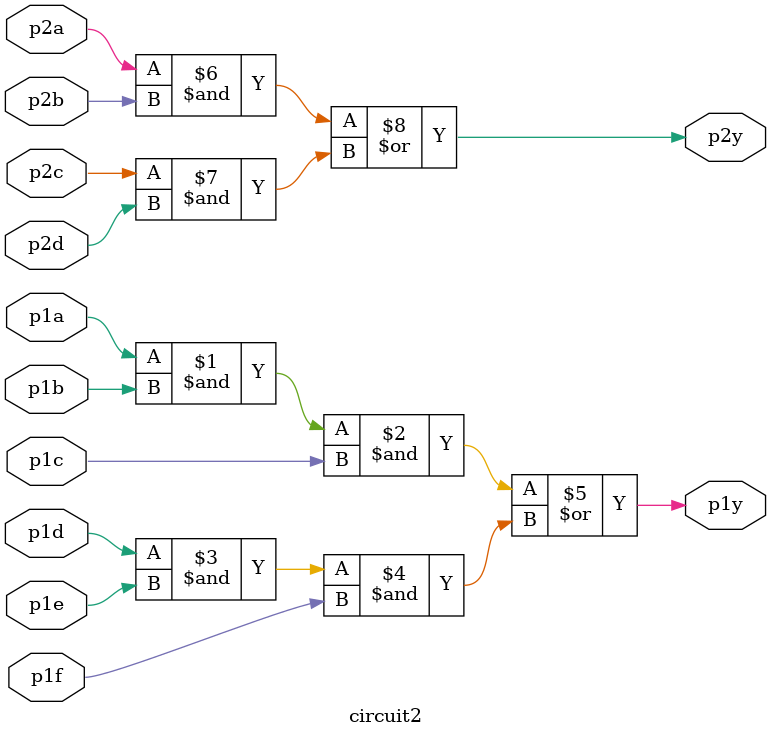
<source format=v>
module circuit2( 
    input p1a, p1b, p1c, p1d, p1e, p1f,
    output p1y,
    input p2a, p2b, p2c, p2d,
    output p2y);
    assign p1y = (p1a & p1b & p1c) | (p1d & p1e & p1f);
    assign p2y = (p2a & p2b) | (p2c & p2d);

endmodule

</source>
